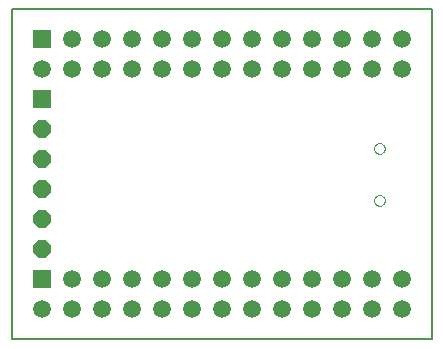
<source format=gbr>
G75*
G70*
%OFA0B0*%
%FSLAX24Y24*%
%IPPOS*%
%LPD*%
%AMOC8*
5,1,8,0,0,1.08239X$1,22.5*
%
%ADD10C,0.0079*%
%ADD11C,0.0000*%
%ADD12R,0.0591X0.0591*%
%ADD13C,0.0591*%
%ADD14OC8,0.0591*%
D10*
X001502Y001471D02*
X001502Y012471D01*
X015502Y012471D01*
X015502Y001471D01*
X001502Y001471D01*
D11*
X013583Y006105D02*
X013585Y006132D01*
X013591Y006158D01*
X013601Y006184D01*
X013615Y006207D01*
X013632Y006228D01*
X013653Y006246D01*
X013675Y006260D01*
X013700Y006272D01*
X013726Y006279D01*
X013753Y006282D01*
X013780Y006281D01*
X013807Y006276D01*
X013832Y006267D01*
X013856Y006254D01*
X013878Y006237D01*
X013897Y006218D01*
X013912Y006195D01*
X013924Y006171D01*
X013932Y006145D01*
X013936Y006119D01*
X013936Y006091D01*
X013932Y006065D01*
X013924Y006039D01*
X013912Y006015D01*
X013897Y005992D01*
X013878Y005973D01*
X013856Y005956D01*
X013832Y005943D01*
X013807Y005934D01*
X013780Y005929D01*
X013753Y005928D01*
X013726Y005931D01*
X013700Y005938D01*
X013675Y005950D01*
X013653Y005964D01*
X013632Y005982D01*
X013615Y006003D01*
X013601Y006026D01*
X013591Y006052D01*
X013585Y006078D01*
X013583Y006105D01*
X013583Y007838D02*
X013585Y007865D01*
X013591Y007891D01*
X013601Y007917D01*
X013615Y007940D01*
X013632Y007961D01*
X013653Y007979D01*
X013675Y007993D01*
X013700Y008005D01*
X013726Y008012D01*
X013753Y008015D01*
X013780Y008014D01*
X013807Y008009D01*
X013832Y008000D01*
X013856Y007987D01*
X013878Y007970D01*
X013897Y007951D01*
X013912Y007928D01*
X013924Y007904D01*
X013932Y007878D01*
X013936Y007852D01*
X013936Y007824D01*
X013932Y007798D01*
X013924Y007772D01*
X013912Y007748D01*
X013897Y007725D01*
X013878Y007706D01*
X013856Y007689D01*
X013832Y007676D01*
X013807Y007667D01*
X013780Y007662D01*
X013753Y007661D01*
X013726Y007664D01*
X013700Y007671D01*
X013675Y007683D01*
X013653Y007697D01*
X013632Y007715D01*
X013615Y007736D01*
X013601Y007759D01*
X013591Y007785D01*
X013585Y007811D01*
X013583Y007838D01*
D12*
X002502Y009471D03*
X002502Y011471D03*
X002502Y003471D03*
D13*
X003502Y003471D03*
X004502Y003471D03*
X005502Y003471D03*
X006502Y003471D03*
X007502Y003471D03*
X008502Y003471D03*
X009502Y003471D03*
X010502Y003471D03*
X011502Y003471D03*
X012502Y003471D03*
X013502Y003471D03*
X014502Y003471D03*
X014502Y002471D03*
X013502Y002471D03*
X012502Y002471D03*
X011502Y002471D03*
X010502Y002471D03*
X009502Y002471D03*
X008502Y002471D03*
X007502Y002471D03*
X006502Y002471D03*
X005502Y002471D03*
X004502Y002471D03*
X003502Y002471D03*
X002502Y002471D03*
X002502Y010471D03*
X003502Y010471D03*
X004502Y010471D03*
X005502Y010471D03*
X006502Y010471D03*
X007502Y010471D03*
X008502Y010471D03*
X009502Y010471D03*
X010502Y010471D03*
X011502Y010471D03*
X012502Y010471D03*
X013502Y010471D03*
X014502Y010471D03*
X014502Y011471D03*
X013502Y011471D03*
X012502Y011471D03*
X011502Y011471D03*
X010502Y011471D03*
X009502Y011471D03*
X008502Y011471D03*
X007502Y011471D03*
X006502Y011471D03*
X005502Y011471D03*
X004502Y011471D03*
X003502Y011471D03*
D14*
X002502Y008471D03*
X002502Y007471D03*
X002502Y006471D03*
X002502Y005471D03*
X002502Y004471D03*
M02*

</source>
